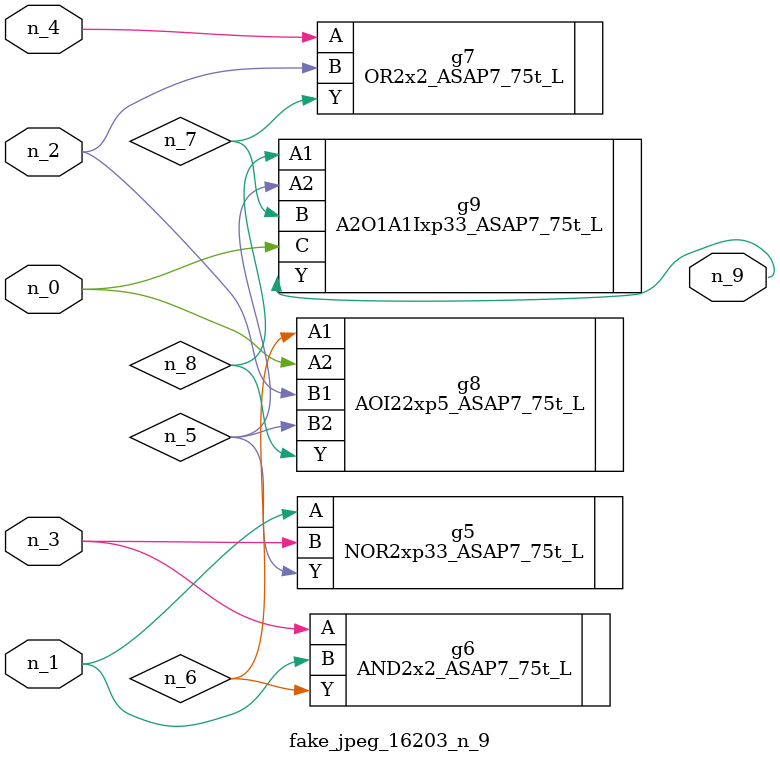
<source format=v>
module fake_jpeg_16203_n_9 (n_3, n_2, n_1, n_0, n_4, n_9);

input n_3;
input n_2;
input n_1;
input n_0;
input n_4;

output n_9;

wire n_8;
wire n_6;
wire n_5;
wire n_7;

NOR2xp33_ASAP7_75t_L g5 ( 
.A(n_1),
.B(n_3),
.Y(n_5)
);

AND2x2_ASAP7_75t_L g6 ( 
.A(n_3),
.B(n_1),
.Y(n_6)
);

OR2x2_ASAP7_75t_L g7 ( 
.A(n_4),
.B(n_2),
.Y(n_7)
);

AOI22xp5_ASAP7_75t_L g8 ( 
.A1(n_6),
.A2(n_0),
.B1(n_2),
.B2(n_5),
.Y(n_8)
);

A2O1A1Ixp33_ASAP7_75t_L g9 ( 
.A1(n_8),
.A2(n_5),
.B(n_7),
.C(n_0),
.Y(n_9)
);


endmodule
</source>
